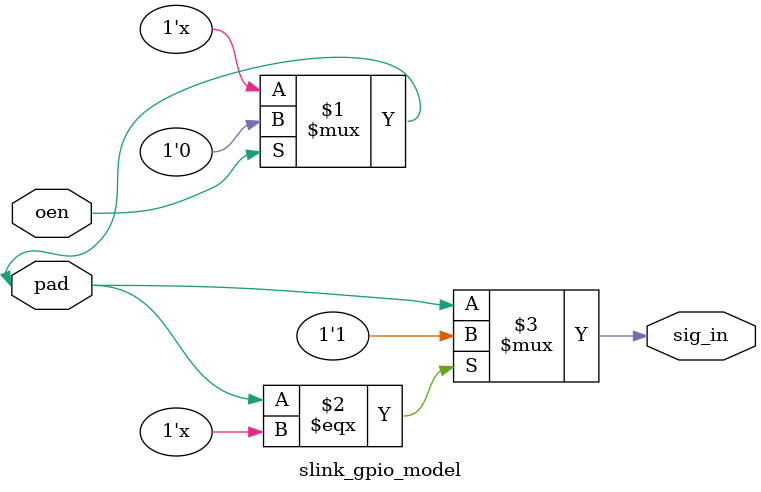
<source format=v>
module slink_gpio_model(
  input  wire     oen,
  output wire     sig_in,
  inout  wire     pad
);


assign pad    = oen ? 1'b0 : 1'bz;
assign sig_in = pad === 1'bz ? 1'b1 : pad; 

endmodule

</source>
